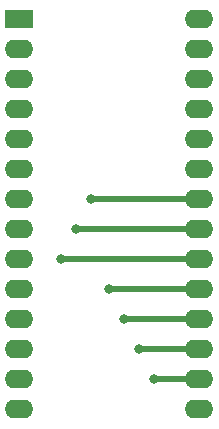
<source format=gbl>
G04 #@! TF.GenerationSoftware,KiCad,Pcbnew,5.1.12-84ad8e8a86~92~ubuntu20.04.1*
G04 #@! TF.CreationDate,2022-07-29T16:52:11-04:00*
G04 #@! TF.ProjectId,arkanoid-mpu-bypass,61726b61-6e6f-4696-942d-6d70752d6279,1.2*
G04 #@! TF.SameCoordinates,Original*
G04 #@! TF.FileFunction,Copper,L2,Bot*
G04 #@! TF.FilePolarity,Positive*
%FSLAX46Y46*%
G04 Gerber Fmt 4.6, Leading zero omitted, Abs format (unit mm)*
G04 Created by KiCad (PCBNEW 5.1.12-84ad8e8a86~92~ubuntu20.04.1) date 2022-07-29 16:52:11*
%MOMM*%
%LPD*%
G01*
G04 APERTURE LIST*
G04 #@! TA.AperFunction,ComponentPad*
%ADD10O,2.400000X1.600000*%
G04 #@! TD*
G04 #@! TA.AperFunction,ComponentPad*
%ADD11R,2.400000X1.600000*%
G04 #@! TD*
G04 #@! TA.AperFunction,ViaPad*
%ADD12C,0.800000*%
G04 #@! TD*
G04 #@! TA.AperFunction,Conductor*
%ADD13C,0.500000*%
G04 #@! TD*
G04 APERTURE END LIST*
D10*
X160274000Y-54610000D03*
X145034000Y-87630000D03*
X160274000Y-57150000D03*
X145034000Y-85090000D03*
X160274000Y-59690000D03*
X145034000Y-82550000D03*
X160274000Y-62230000D03*
X145034000Y-80010000D03*
X160274000Y-64770000D03*
X145034000Y-77470000D03*
X160274000Y-67310000D03*
X145034000Y-74930000D03*
X160274000Y-69850000D03*
X145034000Y-72390000D03*
X160274000Y-72390000D03*
X145034000Y-69850000D03*
X160274000Y-74930000D03*
X145034000Y-67310000D03*
X160274000Y-77470000D03*
X145034000Y-64770000D03*
X160274000Y-80010000D03*
X145034000Y-62230000D03*
X160274000Y-82550000D03*
X145034000Y-59690000D03*
X160274000Y-85090000D03*
X145034000Y-57150000D03*
X160274000Y-87630000D03*
D11*
X145034000Y-54610000D03*
D12*
X151130000Y-69850000D03*
X152654004Y-77470000D03*
X149860000Y-72390000D03*
X153923994Y-80010000D03*
X148590000Y-74930000D03*
X155194001Y-82550001D03*
X156464000Y-85090000D03*
D13*
X151130000Y-69850000D02*
X160274000Y-69850000D01*
X160274000Y-77470000D02*
X158574000Y-77470000D01*
X158574000Y-77470000D02*
X152654004Y-77470000D01*
X160274000Y-72390000D02*
X149860000Y-72390000D01*
X160274000Y-80010000D02*
X153923994Y-80010000D01*
X160274000Y-74930000D02*
X148590000Y-74930000D01*
X160274000Y-82550000D02*
X155759686Y-82550001D01*
X155759686Y-82550001D02*
X155194001Y-82550001D01*
X156464000Y-85090000D02*
X160274000Y-85090000D01*
M02*

</source>
